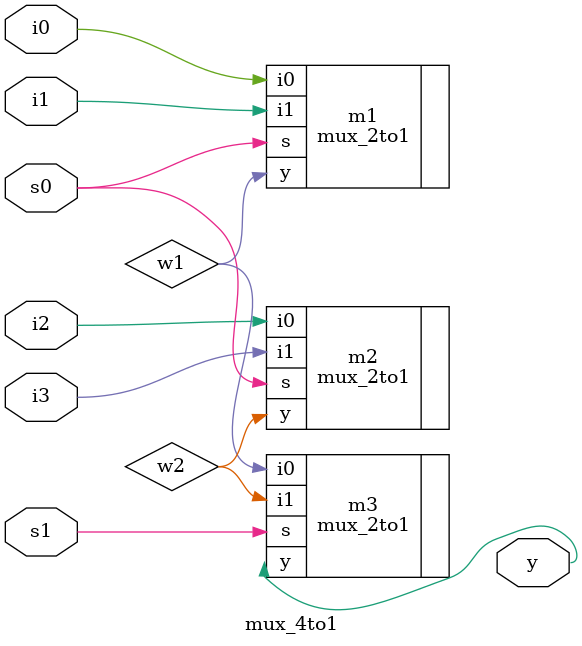
<source format=v>
module mux_4to1(s0,s1,i0,i1,i2,i3,y);
input s0,s1,i0,i1,i2,i3;
output y;
wire w1,w2;
mux_2to1 m1(.i0(i0), .i1(i1), .s(s0), .y(w1)); 
mux_2to1 m2(.i0(i2), .i1(i3), .s(s0), .y(w2));
mux_2to1 m3(.i0(w1), .i1(w2), .s(s1), .y(y));
endmodule
</source>
